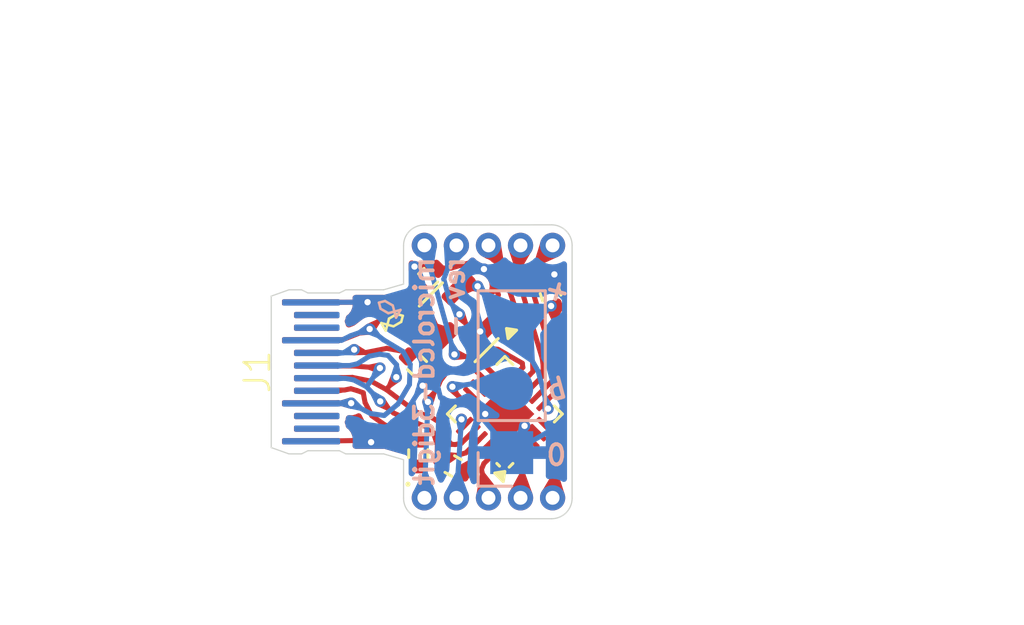
<source format=kicad_pcb>
(kicad_pcb (version 20240108) (generator "pcbnew") (generator_version "8.0")
  (layers (0 "F.Cu" mixed) (31 "B.Cu" mixed) (34 "B.Paste" user) (35 "F.Paste" user) (36 "B.SilkS" user "B.Silkscreen") (37 "F.SilkS" user "F.Silkscreen") (38 "B.Mask" user) (39 "F.Mask" user) (44 "Edge.Cuts" user))
  (net 0 "")
  (net 1 "GND")
  (net 2 "VDD")
  (net 3 "+5V")
  (net 4 "Net-(J1-CC1)")
  (net 5 "D+")
  (net 6 "D-")
  (net 7 "SBU1")
  (net 8 "Net-(J1-CC2)")
  (net 9 "SWIO")
  (net 10 "DPU")
  (net 11 "Net-(J4-Pin_3)")
  (net 12 "Net-(J4-Pin_4)")
  (net 13 "Net-(J4-Pin_5)")
  (net 14 "Net-(J4-Pin_2)")
  (net 15 "COM1")
  (net 16 "COM2")
  (net 17 "COM3")
  (net 18 "COM4")
  (net 19 "Net-(J4-Pin_1)")
  (net 20 "SBU2")
  (net 23 "Net-(J4-Pin_6)")
  (footprint "cnhardware:TINY_LCD_3_DIGIT" (layer "F.Cu") (at 126.935 84.24 180)
    (property "Reference" "J4" (hide yes))
    (property "Value" "LCD")
    (pad "1" thru_hole circle (at -1.905 5 180) (size 1 1) (drill 0.55) (layers "*.Cu" "*.Mask") (net 19 "Net-(J4-Pin_1)"))
    (pad "2" thru_hole circle (at -0.635 5 180) (size 1 1) (drill 0.55) (layers "*.Cu" "*.Mask") (net 14 "Net-(J4-Pin_2)"))
    (pad "3" thru_hole circle (at 0.635 5 180) (size 1 1) (drill 0.55) (layers "*.Cu" "*.Mask") (net 11 "Net-(J4-Pin_3)"))
    (pad "4" thru_hole circle (at 1.905 5 180) (size 1 1) (drill 0.55) (layers "*.Cu" "*.Mask") (net 12 "Net-(J4-Pin_4)"))
    (pad "5" thru_hole circle (at 3.175 5 180) (size 1 1) (drill 0.55) (layers "*.Cu" "*.Mask") (net 13 "Net-(J4-Pin_5)"))
    (pad "6" thru_hole circle (at 3.175 -5 180) (size 1 1) (drill 0.55) (layers "*.Cu" "*.Mask") (net 23 "Net-(J4-Pin_6)"))
    (pad "7" thru_hole circle (at 1.905 -5 180) (size 1 1) (drill 0.55) (layers "*.Cu" "*.Mask") (net 15 "COM1"))
    (pad "8" thru_hole circle (at 0.635 -5 180) (size 1 1) (drill 0.55) (layers "*.Cu" "*.Mask") (net 16 "COM2"))
    (pad "9" thru_hole circle (at -0.635 -5 180) (size 1 1) (drill 0.55) (layers "*.Cu" "*.Mask") (net 17 "COM3"))
    (pad "10" thru_hole circle (at -1.905 -5 180) (size 1 1) (drill 0.55) (layers "*.Cu" "*.Mask") (net 18 "COM4"))
  )
  (footprint "Package_DFN_QFN:QFN-20-1EP_3x3mm_P0.4mm_EP1.65x1.65mm" (layer "F.Cu") (at 126.949619 85.91901 135)
    (property "Reference" "U1" (hide yes))
    (property "Value" "CH32V003F4U6" (hide yes))
    (fp_line (start 1.61 -1.61) (end 1.61 -1.16) (stroke (width 0.12)) (layer "F.SilkS"))
    (fp_line (start 1.16 -1.61) (end 1.61 -1.61) (stroke (width 0.12)) (layer "F.SilkS"))
    (fp_line (start -1.16 -1.61) (end -1.31 -1.61) (stroke (width 0.12)) (layer "F.SilkS"))
    (fp_line (start 1.61 1.61) (end 1.61 1.16) (stroke (width 0.12)) (layer "F.SilkS"))
    (fp_line (start 1.16 1.61) (end 1.61 1.61) (stroke (width 0.12)) (layer "F.SilkS"))
    (fp_line (start -1.61 -1.16) (end -1.61 -1.37) (stroke (width 0.12)) (layer "F.SilkS"))
    (fp_line (start -1.16 1.61) (end -1.61 1.61) (stroke (width 0.12)) (layer "F.SilkS"))
    (fp_line (start -1.61 1.61) (end -1.61 1.16) (stroke (width 0.12)) (layer "F.SilkS"))
    (fp_poly (pts (xy -1.61 -1.61) (xy -1.85 -1.94) (xy -1.37 -1.94) (xy -1.61 -1.61)) (stroke (width 0.12)) (fill solid) (layer "F.SilkS"))
    (pad "1" smd roundrect (at -1.45 -0.8 135) (size 0.85 0.2) (layers "F.Cu" "F.Paste" "F.Mask") (net 17 "COM3"))
    (pad "2" smd roundrect (at -1.45 -0.4 135) (size 0.85 0.2) (layers "F.Cu" "F.Paste" "F.Mask") (net 1 "GND"))
    (pad "3" smd roundrect (at -1.45 0 135) (size 0.85 0.2) (layers "F.Cu" "F.Paste" "F.Mask") (net 1 "GND"))
    (pad "4" smd roundrect (at -1.45 0.4 135) (size 0.85 0.2) (layers "F.Cu" "F.Paste" "F.Mask") (net 1 "GND"))
    (pad "5" smd roundrect (at -1.45 0.8 135) (size 0.85 0.2) (layers "F.Cu" "F.Paste" "F.Mask") (net 18 "COM4"))
    (pad "6" smd roundrect (at -0.8 1.45 135) (size 0.2 0.85) (layers "F.Cu" "F.Paste" "F.Mask") (net 2 "VDD"))
    (pad "7" smd roundrect (at -0.4 1.45 135) (size 0.2 0.85) (layers "F.Cu" "F.Paste" "F.Mask") (net 19 "Net-(J4-Pin_1)"))
    (pad "8" smd roundrect (at 0 1.45 135) (size 0.2 0.85) (layers "F.Cu" "F.Paste" "F.Mask") (net 14 "Net-(J4-Pin_2)"))
    (pad "9" smd roundrect (at 0.4 1.45 135) (size 0.2 0.85) (layers "F.Cu" "F.Paste" "F.Mask") (net 11 "Net-(J4-Pin_3)"))
    (pad "10" smd roundrect (at 0.8 1.45 135) (size 0.2 0.85) (layers "F.Cu" "F.Paste" "F.Mask") (net 12 "Net-(J4-Pin_4)"))
    (pad "11" smd roundrect (at 1.45 0.8 135) (size 0.85 0.2) (layers "F.Cu" "F.Paste" "F.Mask") (net 13 "Net-(J4-Pin_5)"))
    (pad "12" smd roundrect (at 1.45 0.4 135) (size 0.85 0.2) (layers "F.Cu" "F.Paste" "F.Mask") (net 23 "Net-(J4-Pin_6)"))
    (pad "13" smd roundrect (at 1.45 0 135) (size 0.85 0.2) (layers "F.Cu" "F.Paste" "F.Mask"))
    (pad "14" smd roundrect (at 1.45 -0.4 135) (size 0.85 0.2) (layers "F.Cu" "F.Paste" "F.Mask"))
    (pad "15" smd roundrect (at 1.45 -0.8 135) (size 0.85 0.2) (layers "F.Cu" "F.Paste" "F.Mask") (net 9 "SWIO"))
    (pad "16" smd roundrect (at 0.8 -1.45 135) (size 0.2 0.85) (layers "F.Cu" "F.Paste" "F.Mask") (net 15 "COM1"))
    (pad "17" smd roundrect (at 0.4 -1.45 135) (size 0.2 0.85) (layers "F.Cu" "F.Paste" "F.Mask") (net 5 "D+"))
    (pad "18" smd roundrect (at 0 -1.45 135) (size 0.2 0.85) (layers "F.Cu" "F.Paste" "F.Mask") (net 6 "D-"))
    (pad "19" smd roundrect (at -0.4 -1.45 135) (size 0.2 0.85) (layers "F.Cu" "F.Paste" "F.Mask") (net 10 "DPU"))
    (pad "20" smd roundrect (at -0.8 -1.45 135) (size 0.2 0.85) (layers "F.Cu" "F.Paste" "F.Mask") (net 16 "COM2"))
    (pad "21" smd rect (at 0 0 135) (size 1.65 1.65) (property pad_prop_heatsink) (layers "F.Cu" "F.Mask") (net 1 "GND"))
  )
  (footprint "Resistor_SMD:R_0402_1005Metric" (layer "F.Cu") (at 123.47 84 -45)
    (property "Reference" "R2" (hide yes))
    (property "Value" "5.1k")
    (fp_line (start -0.153641 0.38) (end 0.153641 0.38) (stroke (width 0.12)) (layer "F.SilkS"))
    (fp_line (start -0.153641 -0.38) (end 0.153641 -0.38) (stroke (width 0.12)) (layer "F.SilkS"))
    (pad "1" smd roundrect (at -0.509999 0 315) (size 0.54 0.64) (layers "F.Cu" "F.Paste" "F.Mask") (net 8 "Net-(J1-CC2)"))
    (pad "2" smd roundrect (at 0.509999 0 315) (size 0.54 0.64) (layers "F.Cu" "F.Paste" "F.Mask") (net 1 "GND"))
  )
  (footprint "Resistor_SMD:R_0402_1005Metric" (layer "F.Cu") (at 124.9 87.98 150)
    (property "Reference" "R3" (hide yes))
    (property "Value" "1.5k")
    (fp_line (start -0.153641 -0.38) (end 0.153641 -0.38) (stroke (width 0.12)) (layer "F.SilkS"))
    (fp_line (start -0.153641 0.38) (end 0.153641 0.38) (stroke (width 0.12)) (layer "F.SilkS"))
    (pad "1" smd roundrect (at -0.51 0 150) (size 0.54 0.64) (layers "F.Cu" "F.Paste" "F.Mask") (net 10 "DPU"))
    (pad "2" smd roundrect (at 0.51 0 150) (size 0.54 0.64) (layers "F.Cu" "F.Paste" "F.Mask") (net 6 "D-"))
  )
  (footprint "Resistor_SMD:R_0402_1005Metric" (layer "F.Cu") (at 128.76 81.18 -72)
    (property "Reference" "C2" (hide yes))
    (property "Value" "1u")
    (fp_line (start -0.15364 0.38) (end 0.153641 0.38) (stroke (width 0.12)) (layer "F.SilkS"))
    (fp_line (start -0.153641 -0.38) (end 0.15364 -0.38) (stroke (width 0.12)) (layer "F.SilkS"))
    (pad "1" smd roundrect (at -0.509999 0 288) (size 0.54 0.64) (layers "F.Cu" "F.Paste" "F.Mask") (net 1 "GND"))
    (pad "2" smd roundrect (at 0.509999 0 288) (size 0.54 0.64) (layers "F.Cu" "F.Paste" "F.Mask") (net 2 "VDD"))
  )
  (footprint "Resistor_SMD:R_0402_1005Metric" (layer "F.Cu") (at 123.52 87.49 -90)
    (property "Reference" "R1" (hide yes))
    (property "Value" "5.1k")
    (fp_line (start -0.153641 0.38) (end 0.153641 0.38) (stroke (width 0.12)) (layer "F.SilkS"))
    (fp_line (start -0.153641 -0.38) (end 0.153641 -0.38) (stroke (width 0.12)) (layer "F.SilkS"))
    (pad "1" smd roundrect (at -0.51 0 270) (size 0.54 0.64) (layers "F.Cu" "F.Paste" "F.Mask") (net 4 "Net-(J1-CC1)"))
    (pad "2" smd roundrect (at 0.51 0 270) (size 0.54 0.64) (layers "F.Cu" "F.Paste" "F.Mask") (net 1 "GND"))
  )
  (footprint "Resistor_SMD:R_0402_1005Metric" (layer "F.Cu") (at 123.91 80.53 -135)
    (property "Reference" "C3" (hide yes))
    (property "Value" "4.7u")
    (fp_line (start -0.153641 0.38) (end 0.153641 0.38) (stroke (width 0.12)) (layer "F.SilkS"))
    (fp_line (start -0.153641 -0.38) (end 0.153641 -0.38) (stroke (width 0.12)) (layer "F.SilkS"))
    (pad "1" smd roundrect (at -0.51 -0.000001 225) (size 0.54 0.64) (layers "F.Cu" "F.Paste" "F.Mask") (net 1 "GND"))
    (pad "2" smd roundrect (at 0.51 0.000001 225) (size 0.54 0.64) (layers "F.Cu" "F.Paste" "F.Mask") (net 3 "+5V"))
  )
  (footprint "cnhardware:USB_C_PADDLE" (layer "F.Cu") (at 120.145 84.25 90)
    (property "Reference" "J1" (at 0 -3 90) (layer "F.SilkS") (effects (font (thickness 0.1))))
    (property "Value" "USB_C_Receptacle_USB2.0")
    (fp_line (start 3 -2.45) (end -3 -2.45) (stroke (width 0.05)) (layer "Edge.Cuts"))
    (fp_line (start 3 -2.45) (end 3.25 -1.75) (stroke (width 0.05)) (layer "Edge.Cuts"))
    (fp_line (start -3 -2.45) (end -3.25 -1.75) (stroke (width 0.05)) (layer "Edge.Cuts"))
    (fp_line (start 3.25 -1.75) (end 3.25 -1.25) (stroke (width 0.05)) (layer "Edge.Cuts"))
    (fp_line (start -3.25 -1.75) (end -3.25 -1.25) (stroke (width 0.05)) (layer "Edge.Cuts"))
    (fp_line (start 3.25 -1.25) (end 3.125 -1) (stroke (width 0.05)) (layer "Edge.Cuts"))
    (fp_line (start -3.25 -1.25) (end -3.125 -1) (stroke (width 0.05)) (layer "Edge.Cuts"))
    (fp_line (start 3.125 -1) (end 3.125 0.25) (stroke (width 0.05)) (layer "Edge.Cuts"))
    (fp_line (start -3.125 -1) (end -3.125 0.25) (stroke (width 0.05)) (layer "Edge.Cuts"))
    (fp_line (start 3.25 0.5) (end 3.125 0.25) (stroke (width 0.05)) (layer "Edge.Cuts"))
    (fp_line (start -3.25 0.5) (end -3.125 0.25) (stroke (width 0.05)) (layer "Edge.Cuts"))
    (fp_line (start -3.25 0.5) (end -3.25 2) (stroke (width 0.05)) (layer "Edge.Cuts"))
    (fp_line (start 3.25 2) (end 3.25 0.5) (stroke (width 0.05)) (layer "Edge.Cuts"))
    (pad "A1" smd roundrect (at -2.75 -0.875 270) (size 0.25 2.3) (layers "F.Cu" "F.Paste" "F.Mask") (net 1 "GND"))
    (pad "A2" smd roundrect (at -2.25 -0.65 270) (size 0.25 1.8) (layers "F.Cu" "F.Paste" "F.Mask"))
    (pad "A3" smd roundrect (at -1.75 -0.65 270) (size 0.25 1.8) (layers "F.Cu" "F.Paste" "F.Mask"))
    (pad "A4" smd roundrect (at -1.25 -0.875 270) (size 0.25 2.3) (layers "F.Cu" "F.Paste" "F.Mask") (net 3 "+5V"))
    (pad "A5" smd roundrect (at -0.75 -0.65 270) (size 0.25 1.8) (layers "F.Cu" "F.Paste" "F.Mask") (net 4 "Net-(J1-CC1)"))
    (pad "A6" smd roundrect (at -0.25 -0.65 270) (size 0.25 1.8) (layers "F.Cu" "F.Paste" "F.Mask") (net 5 "D+"))
    (pad "A7" smd roundrect (at 0.25 -0.65 90) (size 0.25 1.8) (layers "F.Cu" "F.Paste" "F.Mask") (net 6 "D-"))
    (pad "A8" smd roundrect (at 0.75 -0.65 90) (size 0.25 1.8) (layers "F.Cu" "F.Paste" "F.Mask") (net 7 "SBU1"))
    (pad "A9" smd roundrect (at 1.25 -0.875 90) (size 0.25 2.3) (layers "F.Cu" "F.Paste" "F.Mask") (net 3 "+5V"))
    (pad "A10" smd roundrect (at 1.75 -0.65 90) (size 0.25 1.8) (layers "F.Cu" "F.Paste" "F.Mask"))
    (pad "A11" smd roundrect (at 2.25 -0.65 90) (size 0.25 1.8) (layers "F.Cu" "F.Paste" "F.Mask"))
    (pad "A12" smd roundrect (at 2.75 -0.875 90) (size 0.25 2.3) (layers "F.Cu" "F.Paste" "F.Mask") (net 1 "GND"))
    (pad "B1" smd roundrect (at 2.75 -0.87 270) (size 0.25 2.3) (layers "B.Cu" "B.Paste" "B.Mask") (net 1 "GND"))
    (pad "B2" smd roundrect (at 2.25 -0.645 270) (size 0.25 1.8) (layers "B.Cu" "B.Paste" "B.Mask"))
    (pad "B3" smd roundrect (at 1.75 -0.645 270) (size 0.25 1.8) (layers "B.Cu" "B.Paste" "B.Mask"))
    (pad "B4" smd roundrect (at 1.25 -0.87 270) (size 0.25 2.3) (layers "B.Cu" "B.Paste" "B.Mask") (net 3 "+5V"))
    (pad "B5" smd roundrect (at 0.75 -0.645 270) (size 0.25 1.8) (layers "B.Cu" "B.Paste" "B.Mask") (net 8 "Net-(J1-CC2)"))
    (pad "B6" smd roundrect (at 0.25 -0.645 270) (size 0.25 1.8) (layers "B.Cu" "B.Paste" "B.Mask") (net 5 "D+"))
    (pad "B7" smd roundrect (at -0.25 -0.645 90) (size 0.25 1.8) (layers "B.Cu" "B.Paste" "B.Mask") (net 6 "D-"))
    (pad "B8" smd roundrect (at -0.75 -0.645 90) (size 0.25 1.8) (layers "B.Cu" "B.Paste" "B.Mask") (net 20 "SBU2"))
    (pad "B9" smd roundrect (at -1.25 -0.87 90) (size 0.25 2.3) (layers "B.Cu" "B.Paste" "B.Mask") (net 3 "+5V"))
    (pad "B10" smd roundrect (at -1.75 -0.645 90) (size 0.25 1.8) (layers "B.Cu" "B.Paste" "B.Mask"))
    (pad "B11" smd roundrect (at -2.25 -0.645 90) (size 0.25 1.8) (layers "B.Cu" "B.Paste" "B.Mask"))
    (pad "B12" smd roundrect (at -2.75 -0.87 90) (size 0.25 2.3) (layers "B.Cu" "B.Paste" "B.Mask") (net 1 "GND"))
  )
  (footprint "Package_TO_SOT_SMD:SOT-23" (layer "F.Cu") (at 125.122913 82.287087 -135)
    (property "Reference" "U2" (hide yes))
    (property "Value" "XC6206P332MR-G")
    (fp_line (start 0.65 1.56) (end 0 1.560001) (stroke (width 0.12)) (layer "F.SilkS"))
    (fp_line (start -0.65 1.56) (end 0 1.560001) (stroke (width 0.12)) (layer "F.SilkS"))
    (fp_line (start 0.65 -1.56) (end 0 -1.560001) (stroke (width 0.12)) (layer "F.SilkS"))
    (fp_line (start -0.65 -1.56) (end 0 -1.560001) (stroke (width 0.12)) (layer "F.SilkS"))
    (fp_poly (pts (xy -1.162501 -1.51) (xy -1.4025 -1.84) (xy -0.922499 -1.84) (xy -1.162501 -1.51)) (stroke (width 0.12)) (fill solid) (layer "F.SilkS"))
    (pad "1" smd roundrect (at -0.9375 -0.95 225) (size 1.475 0.6) (layers "F.Cu" "F.Paste" "F.Mask") (net 1 "GND"))
    (pad "2" smd roundrect (at -0.9375 0.95 225) (size 1.475 0.6) (layers "F.Cu" "F.Paste" "F.Mask") (net 2 "VDD"))
    (pad "3" smd roundrect (at 0.937501 0 225) (size 1.475 0.6) (layers "F.Cu" "F.Paste" "F.Mask") (net 3 "+5V"))
  )
  (footprint "Connector_PinHeader_2.54mm:PinHeader_1x03_P2.54mm_Vertical" (layer "B.Cu") (at 127.220666 87.44913)
    (property "Reference" "J2" (hide yes))
    (property "Value" "PGM")
    (fp_line (start -1.33 -6.41) (end 1.33 -6.41) (stroke (width 0.12)) (layer "B.SilkS"))
    (fp_line (start -1.33 -1.27) (end -1.33 -6.41) (stroke (width 0.12)) (layer "B.SilkS"))
    (fp_line (start -1.33 -1.27) (end 1.33 -1.27) (stroke (width 0.12)) (layer "B.SilkS"))
    (fp_line (start -1.33 0) (end -1.33 1.33) (stroke (width 0.12)) (layer "B.SilkS"))
    (fp_line (start -1.33 1.33) (end 0 1.33) (stroke (width 0.12)) (layer "B.SilkS"))
    (fp_line (start 1.33 -1.27) (end 1.33 -6.41) (stroke (width 0.12)) (layer "B.SilkS"))
    (pad "1" smd rect (at 0 0) (size 1.7 1.7) (layers "B.Cu" "B.Paste" "B.Mask") (net 1 "GND"))
    (pad "2" smd oval (at 0 -2.54) (size 1.7 1.7) (layers "B.Cu" "B.Paste" "B.Mask") (net 9 "SWIO"))
    (pad "3" smd oval (at 0 -5.08) (size 1.7 1.7) (layers "B.Cu" "B.Paste" "B.Mask") (net 2 "VDD"))
  )
  (gr_line (start 122.025556 81.75) (end 121.960852 81.508519) (stroke (width 0.1)) (layer "B.SilkS"))
  (gr_line (start 122.202333 81.443814) (end 122.50852 81.620592) (stroke (width 0.1)) (layer "B.SilkS"))
  (gr_line (start 121.960852 81.508519) (end 122.202333 81.443814) (stroke (width 0.1)) (layer "B.SilkS"))
  (gr_line (start 122.637928 82.103552) (end 122.814704 81.797368) (stroke (width 0.1)) (layer "B.SilkS"))
  (gr_line (start 122.50852 81.620592) (end 122.637928 82.103552) (stroke (width 0.1)) (layer "B.SilkS"))
  (gr_line (start 122.814704 81.797368) (end 122.331744 81.926776) (stroke (width 0.1)) (layer "B.SilkS"))
  (gr_line (start 122.331744 81.926776) (end 122.025556 81.75) (stroke (width 0.1)) (layer "B.SilkS"))
  (gr_circle (center 123.11 88.7) (end 123.16 88.69) (stroke (width 0.1)) (fill none) (layer "F.SilkS"))
  (gr_line (start 122.537496 82.446316) (end 122.054536 82.316908) (stroke (width 0.1)) (layer "F.SilkS"))
  (gr_line (start 122.843684 82.26954) (end 122.537496 82.446316) (stroke (width 0.1)) (layer "F.SilkS"))
  (gr_line (start 122.666907 81.963354) (end 122.908388 82.028059) (stroke (width 0.1)) (layer "F.SilkS"))
  (gr_line (start 122.908388 82.028059) (end 122.843684 82.26954) (stroke (width 0.1)) (layer "F.SilkS"))
  (gr_line (start 122.36072 82.140132) (end 122.666907 81.963354) (stroke (width 0.1)) (layer "F.SilkS"))
  (gr_line (start 122.231312 82.623092) (end 122.36072 82.140132) (stroke (width 0.1)) (layer "F.SilkS"))
  (gr_line (start 122.054536 82.316908) (end 122.231312 82.623092) (stroke (width 0.1)) (layer "F.SilkS"))
  (gr_line (start 122.145 87.5) (end 122.936 87.7316) (stroke (width 0.05)) (layer "Edge.Cuts"))
  (gr_arc (start 128.8 78.4272) (mid 129.374736 78.665264) (end 129.6128 79.24) (stroke (width 0.05)) (layer "Edge.Cuts"))
  (gr_line (start 122.936 80.772) (end 122.936 79.248) (stroke (width 0.05)) (layer "Edge.Cuts"))
  (gr_line (start 122.936 87.7316) (end 122.936 89.2556) (stroke (width 0.05)) (layer "Edge.Cuts"))
  (gr_arc (start 123.7488 90.0684) (mid 123.174064 89.830336) (end 122.936 89.2556) (stroke (width 0.05)) (layer "Edge.Cuts"))
  (gr_arc (start 122.936 79.248) (mid 123.174064 78.673264) (end 123.7488 78.4352) (stroke (width 0.05)) (layer "Edge.Cuts"))
  (gr_line (start 122.145 81) (end 122.936 80.772) (stroke (width 0.05)) (layer "Edge.Cuts"))
  (gr_arc (start 129.6128 89.2556) (mid 129.374736 89.830336) (end 128.8 90.0684) (stroke (width 0.05)) (layer "Edge.Cuts"))
  (gr_line (start 123.7488 90.0684) (end 128.8 90.0684) (stroke (width 0.05)) (layer "Edge.Cuts"))
  (gr_line (start 129.6128 79.24) (end 129.6128 89.2556) (stroke (width 0.05)) (layer "Edge.Cuts"))
  (gr_line (start 128.8 78.4272) (end 123.7488 78.4352) (stroke (width 0.05)) (layer "Edge.Cuts"))
  (gr_text "microlcd-3digit\nrev -" (at 125.4 79.63 90) (layer "B.SilkS") (effects (font (size 0.75 0.75)) (justify left bottom mirror)))
  (gr_text "0" (at 128.51 88.02 0) (layer "B.SilkS") (effects (font (size 0.8 0.8)) (justify left bottom)))
  (gr_text "p" (at 129.38 84.55 -165) (layer "B.SilkS") (effects (font (size 0.8 0.8)) (justify left bottom)))
  (gr_text "+" (at 129.27 81.75 75) (layer "B.SilkS") (effects (font (size 0.8 0.8)) (justify left bottom)))
  (segment (start 123.81 84.37) (end 123.69 84.8) (width 0.2) (layer "F.Cu") (net 1))
  (segment (start 123.37 80.08) (end 124.220625 80.139376) (width 0.2) (layer "F.Cu") (net 1))
  (segment (start 122.71 87.28) (end 122.18 87.1) (width 0.2) (layer "F.Cu") (net 1))
  (segment (start 126.12 80.18) (end 126.57 80.71) (width 0.2) (layer "F.Cu") (net 1))
  (segment (start 121.65 87.036789) (end 121.09 86.97) (width 0.2) (layer "F.Cu") (net 1))
  (segment (start 125.19752 80.027519) (end 124.82 80.14) (width 0.2) (layer "F.Cu") (net 1))
  (segment (start 123.059073 87.450927) (end 123.26 87.59) (width 0.2) (layer "F.Cu") (net 1))
  (segment (start 126.69 81.2) (end 126.457577 82.295926) (width 0.2) (layer "F.Cu") (net 1))
  (segment (start 126.457577 82.295926) (end 125.97 82.65) (width 0.2) (layer "F.Cu") (net 1))
  (segment (start 128.257767 86.661472) (end 127.974924 86.944315) (width 0.2) (layer "F.Cu") (net 1))
  (segment (start 121.18 81.49) (end 121.51 81.49) (width 0.2) (layer "F.Cu") (net 1))
  (segment (start 126.28 80.29) (end 125.97 80.08) (width 0.2) (layer "F.Cu") (net 1))
  (segment (start 122.71 87.28) (end 123.059073 87.450927) (width 0.2) (layer "F.Cu") (net 1))
  (segment (start 126.57 80.71) (end 126.69 81.2) (width 0.2) (layer "F.Cu") (net 1))
  (segment (start 121.96 87.073761) (end 121.65 87.036789) (width 0.2) (layer "F.Cu") (net 1))
  (segment (start 128.12462 86.79462) (end 127.692081 87.227158) (width 0.2) (layer "F.Cu") (net 1))
  (segment (start 119.27 81.5) (end 121.18 81.49) (width 0.2) (layer "F.Cu") (net 1))
  (segment (start 121.09 86.97) (end 119.27 87) (width 0.2) (layer "F.Cu") (net 1))
  (segment (start 126.12 80.18) (end 126.28 80.29) (width 0.2) (layer "F.Cu") (net 1))
  (segment (start 124.82 80.14) (end 124.220625 80.139376) (width 0.2) (layer "F.Cu") (net 1))
  (segment (start 123.26 87.59) (end 123.52 88) (width 0.2) (layer "F.Cu") (net 1))
  (segment (start 127.73 86.39) (end 128.12462 86.79462) (width 0.2) (layer "F.Cu") (net 1))
  (segment (start 128.752402 80.864962) (end 128.91 80.39) (width 0.2) (layer "F.Cu") (net 1))
  (segment (start 125.97 80.08) (end 125.49 79.95) (width 0.2) (layer "F.Cu") (net 1))
  (segment (start 125.49 79.95) (end 125.19752 80.027519) (width 0.2) (layer "F.Cu") (net 1))
  (segment (start 127.974924 86.944315) (end 127 85.99) (width 0.2) (layer "F.Cu") (net 1))
  (segment (start 128.257767 86.661472) (end 128.12462 86.79462) (width 0.2) (layer "F.Cu") (net 1))
  (segment (start 122.18 87.1) (end 121.96 87.073761) (width 0.2) (layer "F.Cu") (net 1))
  (via (at 123.37 80.08) (size 0.45) (drill 0.25) (layers "F.Cu" "B.Cu") (net 1))
  (via (at 121.65 87.036789) (size 0.45) (drill 0.25) (layers "F.Cu" "B.Cu") (net 1))
  (via (at 121.51 81.49) (size 0.45) (drill 0.25) (layers "F.Cu" "B.Cu") (net 1))
  (via (at 128.91 80.39) (size 0.45) (drill 0.25) (layers "F.Cu" "B.Cu") (net 1))
  (via (at 125.97 82.65) (size 0.45) (drill 0.25) (layers "F.Cu" "B.Cu") (net 1))
  (via (at 123.69 84.8) (size 0.45) (drill 0.25) (layers "F.Cu" "B.Cu") (net 1))
  (via (at 127.73 86.39) (size 0.45) (drill 0.25) (layers "F.Cu" "B.Cu") (net 1))
  (via (at 126.17 85.92) (size 0.45) (drill 0.25) (layers "F.Cu" "B.Cu") (net 1))
  (via (at 126.12 80.18) (size 0.45) (drill 0.25) (layers "F.Cu" "B.Cu") (net 1))
  (segment (start 121.51 81.49) (end 122.96 81.334295) (width 0.2) (layer "B.Cu") (net 1))
  (segment (start 125.42 85.54) (end 125.85 85.85) (width 0.2) (layer "B.Cu") (net 1))
  (segment (start 123.19 82.63) (end 122.96 81.334295) (width 0.2) (layer "B.Cu") (net 1))
  (segment (start 128.78 86.56) (end 129.13 86.01) (width 0.2) (layer "B.Cu") (net 1))
  (segment (start 123.45 85.17) (end 123.65 84.88) (width 0.2) (layer "B.Cu") (net 1))
  (segment (start 129.31 81.89) (end 129.3128 81.2) (width 0.2) (layer "B.Cu") (net 1))
  (segment (start 124.72 85.5) (end 125.42 85.54) (width 0.2) (layer "B.Cu") (net 1))
  (segment (start 129.3128 81.2) (end 128.91 80.39) (width 0.2) (layer "B.Cu") (net 1))
  (segment (start 123 81.33) (end 123.4 80.98) (width 0.2) (layer "B.Cu") (net 1))
  (segment (start 129.14 83.05) (end 129.31 81.89) (width 0.2) (layer "B.Cu") (net 1))
  (segment (start 123.4 80.98) (end 123.37 80.08) (width 0.2) (layer "B.Cu") (net 1))
  (segment (start 124.1 84.76) (end 124.31 84.92) (width 0.2) (layer "B.Cu") (net 1))
  (segment (start 127.22 87.45) (end 128.78 86.56) (width 0.2) (layer "B.Cu") (net 1))
  (segment (start 125.85 85.85) (end 127.22 87.45) (width 0.2) (layer "B.Cu") (net 1))
  (segment (start 124.1 84.76) (end 123.69 84.8) (width 0.2) (layer "B.Cu") (net 1))
  (segment (start 124.4 85.27) (end 124.72 85.5) (width 0.2) (layer "B.Cu") (net 1))
  (segment (start 122.493692 86.224431) (end 123.05 85.81) (width 0.2) (layer "B.Cu") (net 1))
  (segment (start 122.96 81.334295) (end 123 81.33) (width 0.2) (layer "B.Cu") (net 1))
  (segment (start 123.05 85.81) (end 123.45 85.17) (width 0.2) (layer "B.Cu") (net 1))
  (segment (start 129.22 85.62) (end 129.14 83.05) (width 0.2) (layer "B.Cu") (net 1))
  (segment (start 121.65 87.036789) (end 122.493692 86.224431) (width 0.2) (layer "B.Cu") (net 1))
  (segment (start 123.7 83.8) (end 123.19 82.63) (width 0.2) (layer "B.Cu") (net 1))
  (segment (start 127.22 87.45) (end 127.73 86.39) (width 0.2) (layer "B.Cu") (net 1))
  (segment (start 129.13 86.01) (end 129.22 85.62) (width 0.2) (layer "B.Cu") (net 1))
  (segment (start 123.69 84.8) (end 123.7 83.8) (width 0.2) (layer "B.Cu") (net 1))
  (segment (start 123.65 84.88) (end 124.1 84.76) (width 0.2) (layer "B.Cu") (net 1))
  (segment (start 119.275 81.5) (end 121.51 81.49) (width 0.2) (layer "B.Cu") (net 1))
  (segment (start 128.91 80.39) (end 126.12 80.18) (width 0.2) (layer "B.Cu") (net 1))
  (segment (start 124.31 84.92) (end 124.4 85.27) (width 0.2) (layer "B.Cu") (net 1))
  (segment (start 129.26 83.63) (end 129.31 84.41) (width 0.2) (layer "F.Cu") (net 2))
  (segment (start 129.067598 81.835038) (end 128.78 81.64) (width 0.2) (layer "F.Cu") (net 2))
  (segment (start 129.31 84.41) (end 129.17 84.83) (width 0.2) (layer "F.Cu") (net 2))
  (segment (start 128.78 81.64) (end 129.26 83.63) (width 0.2) (layer "F.Cu") (net 2))
  (segment (start 128.76 85.64) (end 128.540609 85.459391) (width 0.2) (layer "F.Cu") (net 2))
  (segment (start 129.17 84.83) (end 128.540609 85.459391) (width 0.2) (layer "F.Cu") (net 2))
  (segment (start 128.540609 85.459391) (end 128.66 85.71) (width 0.2) (layer "F.Cu") (net 2))
  (segment (start 125.114074 80.952423) (end 125.87 80.86) (width 0.2) (layer "F.Cu") (net 2))
  (via (at 128.66 85.71) (size 0.45) (drill 0.25) (layers "F.Cu" "B.Cu") (net 2))
  (via (at 128.78 81.64) (size 0.45) (drill 0.25) (layers "F.Cu" "B.Cu") (net 2))
  (via (at 125.87 80.86) (size 0.45) (drill 0.25) (layers "F.Cu" "B.Cu") (net 2))
  (segment (start 128.27 84.23) (end 127.22 82.37) (width 0.2) (layer "B.Cu") (net 2))
  (segment (start 128.66 85.71) (end 128.27 84.23) (width 0.2) (layer "B.Cu") (net 2))
  (segment (start 125.87 80.86) (end 127.22 82.37) (width 0.2) (layer "B.Cu") (net 2))
  (segment (start 128.78 81.64) (end 127.22 82.37) (width 0.2) (layer "B.Cu") (net 2))
  (segment (start 119.27 83) (end 120.49 82.99) (width 0.2) (layer "F.Cu") (net 3))
  (segment (start 121.592983 82.552983) (end 123.499375 80.860624) (width 0.2) (layer "F.Cu") (net 3))
  (segment (start 120.49 82.99) (end 121.592983 82.552983) (width 0.2) (layer "F.Cu") (net 3))
  (segment (start 123.499375 80.860624) (end 123.98 81.9) (width 0.2) (layer "F.Cu") (net 3))
  (segment (start 120.86 85.49) (end 119.27 85.5) (width 0.2) (layer "F.Cu") (net 3))
  (segment (start 123.98 81.9) (end 124.46 82.95) (width 0.2) (layer "F.Cu") (net 3))
  (via (at 121.592983 82.552983) (size 0.45) (drill 0.25) (layers "F.Cu" "B.Cu") (net 3))
  (via (at 120.86 85.49) (size 0.45) (drill 0.25) (layers "F.Cu" "B.Cu") (net 3))
  (segment (start 122.71 85.53) (end 122.17 85.98) (width 0.2) (layer "B.Cu") (net 3))
  (segment (start 122.14 82.98) (end 122.92 83.45) (width 0.2) (layer "B.Cu") (net 3))
  (segment (start 122.17 85.98) (end 121.62 85.9) (width 0.2) (layer "B.Cu") (net 3))
  (segment (start 121.62 85.9) (end 120.86 85.49) (width 0.2) (layer "B.Cu") (net 3))
  (segment (start 122.92 83.45) (end 123.2 83.95) (width 0.2) (layer "B.Cu") (net 3))
  (segment (start 123.17 84.75) (end 122.71 85.53) (width 0.2) (layer "B.Cu") (net 3))
  (segment (start 119.275 85.5) (end 120.86 85.49) (width 0.2) (layer "B.Cu") (net 3))
  (segment (start 123.2 83.95) (end 123.17 84.75) (width 0.2) (layer "B.Cu") (net 3))
  (segment (start 121.592983 82.552983) (end 122.14 82.98) (width 0.2) (layer "B.Cu") (net 3))
  (segment (start 121.592983 82.552983) (end 120.84 82.82) (width 0.2) (layer "B.Cu") (net 3))
  (segment (start 120.48 83) (end 119.275 83) (width 0.2) (layer "B.Cu") (net 3))
  (segment (start 120.84 82.82) (end 120.48 83) (width 0.2) (layer "B.Cu") (net 3))
  (segment (start 122.19 86.35) (end 121.68 85.99) (width 0.2) (layer "F.Cu") (net 4))
  (segment (start 120.85 84.92) (end 120.59 84.97) (width 0.2) (layer "F.Cu") (net 4))
  (segment (start 121.34 85.08) (end 121.09 84.99) (width 0.2) (layer "F.Cu") (net 4))
  (segment (start 120.59 84.97) (end 119.495 85) (width 0.2) (layer "F.Cu") (net 4))
  (segment (start 121.09 84.99) (end 120.85 84.92) (width 0.2) (layer "F.Cu") (net 4))
  (segment (start 121.68 85.99) (end 121.41 85.46) (width 0.2) (layer "F.Cu") (net 4))
  (segment (start 121.41 85.46) (end 121.34 85.08) (width 0.2) (layer "F.Cu") (net 4))
  (segment (start 123.5 86.93) (end 122.19 86.35) (width 0.2) (layer "F.Cu") (net 4))
  (segment (start 124.98 87.13) (end 124.83 87.12) (width 0.2) (layer "F.Cu") (net 5))
  (segment (start 124.39 86.27) (end 124.01 86.03) (width 0.2) (layer "F.Cu") (net 5))
  (segment (start 122.256835 84.953165) (end 122.65 84.46) (width 0.2) (layer "F.Cu") (net 5))
  (segment (start 121.65 84.62) (end 120.91 84.47) (width 0.2) (layer "F.Cu") (net 5))
  (segment (start 125.221668 87.081361) (end 124.98 87.13) (width 0.2) (layer "F.Cu") (net 5))
  (segment (start 123.47 85.86) (end 122.66 85.26) (width 0.2) (layer "F.Cu") (net 5))
  (segment (start 124.83 87.12) (end 124.66 86.92) (width 0.2) (layer "F.Cu") (net 5))
  (segment (start 124.66 86.92) (end 124.39 86.27) (width 0.2) (layer "F.Cu") (net 5))
  (segment (start 122.66 85.26) (end 122.256835 84.953165) (width 0.2) (layer "F.Cu") (net 5))
  (segment (start 124.01 86.03) (end 123.47 85.86) (width 0.2) (layer "F.Cu") (net 5))
  (segment (start 125.641471 86.661472) (end 125.221668 87.081361) (width 0.2) (layer "F.Cu") (net 5))
  (segment (start 120.91 84.47) (end 119.495 84.5) (width 0.2) (layer "F.Cu") (net 5))
  (segment (start 122.256835 84.953165) (end 121.65 84.62) (width 0.2) (layer "F.Cu") (net 5))
  (via (at 122.65 84.46) (size 0.45) (drill 0.25) (layers "F.Cu" "B.Cu") (net 5))
  (segment (start 122.32 83.6) (end 121.99 83.55) (width 0.2) (layer "B.Cu") (net 5))
  (segment (start 122.66 83.97) (end 122.32 83.6) (width 0.2) (layer "B.Cu") (net 5))
  (segment (start 121.11 83.93) (end 120.8 84) (width 0.2) (layer "B.Cu") (net 5))
  (segment (start 121.99 83.55) (end 121.58 83.63) (width 0.2) (layer "B.Cu") (net 5))
  (segment (start 120.8 84) (end 119.5 84) (width 0.2) (layer "B.Cu") (net 5))
  (segment (start 122.65 84.46) (end 122.66 83.97) (width 0.2) (layer "B.Cu") (net 5))
  (segment (start 121.58 83.63) (end 121.11 83.93) (width 0.2) (layer "B.Cu") (net 5))
  (segment (start 124.458327 87.725) (end 125.4 87.46) (width 0.2) (layer "F.Cu") (net 6))
  (segment (start 124.12 86.66) (end 124.458327 87.725) (width 0.2) (layer "F.Cu") (net 6))
  (segment (start 120.98 84.02) (end 122 84.1) (width 0.2) (layer "F.Cu") (net 6))
  (segment (start 119.495 84) (end 120.98 84.02) (width 0.2) (layer "F.Cu") (net 6))
  (segment (start 125.4 87.46) (end 125.924314 86.944315) (width 0.2) (layer "F.Cu") (net 6))
  (segment (start 122.54 85.88) (end 123.27 86.21) (width 0.2) (layer "F.Cu") (net 6))
  (segment (start 122.011017 85.418983) (end 122.54 85.88) (width 0.2) (layer "F.Cu") (net 6))
  (segment (start 123.94 86.46) (end 124.12 86.66) (width 0.2) (layer "F.Cu") (net 6))
  (segment (start 123.27 86.21) (end 123.94 86.46) (width 0.2) (layer "F.Cu") (net 6))
  (via (at 122 84.1) (size 0.45) (drill 0.25) (layers "F.Cu" "B.Cu") (net 6))
  (via (at 122.011017 85.418983) (size 0.45) (drill 0.25) (layers "F.Cu" "B.Cu") (net 6))
  (segment (start 121.47 84.84) (end 120.96 84.57) (width 0.2) (layer "B.Cu") (net 6))
  (segment (start 122.011017 85.418983) (end 121.47 84.84) (width 0.2) (layer "B.Cu") (net 6))
  (segment (start 120.64 84.51) (end 119.5 84.5) (width 0.2) (layer "B.Cu") (net 6))
  (segment (start 120.96 84.57) (end 120.64 84.51) (width 0.2) (layer "B.Cu") (net 6))
  (segment (start 122 84.1) (end 121.47 84.84) (width 0.2) (layer "B.Cu") (net 6))
  (segment (start 121.42 83.49) (end 120.98 83.37) (width 0.2) (layer "F.Cu") (net 8))
  (segment (start 122.879376 83.429376) (end 122.27 83.32) (width 0.2) (layer "F.Cu") (net 8))
  (segment (start 122.27 83.32) (end 121.42 83.49) (width 0.2) (layer "F.Cu") (net 8))
  (via (at 120.98 83.37) (size 0.45) (drill 0.25) (layers "F.Cu" "B.Cu") (net 8))
  (segment (start 120.98 83.37) (end 120.54 83.5) (width 0.2) (layer "B.Cu") (net 8))
  (segment (start 120.54 83.5) (end 119.5 83.5) (width 0.2) (layer "B.Cu") (net 8))
  (segment (start 124.87 84.84) (end 125.01 85.11) (width 0.2) (layer "F.Cu") (net 9))
  (segment (start 125.01 85.11) (end 125.358629 85.459391) (width 0.2) (layer "F.Cu") (net 9))
  (via (at 124.87 84.84) (size 0.45) (drill 0.25) (layers "F.Cu" "B.Cu") (net 9))
  (segment (start 124.87 84.84) (end 126.95 84.5312) (width 0.2) (layer "B.Cu") (net 9))
  (segment (start 125.7 87.73) (end 125.341673 88.235) (width 0.2) (layer "F.Cu") (net 10))
  (segment (start 126.207157 87.227158) (end 125.7 87.73) (width 0.2) (layer "F.Cu") (net 10))
  (segment (start 127.692081 84.610862) (end 128.06 84.24) (width 0.2) (layer "F.Cu") (net 11))
  (segment (start 126.97 80.55) (end 126.8 79.92) (width 0.2) (layer "F.Cu") (net 11))
  (segment (start 126.8 79.92) (end 126.3 79.24) (width 0.2) (layer "F.Cu") (net 11))
  (segment (start 127.885455 83.28) (end 126.97 80.55) (width 0.2) (layer "F.Cu") (net 11))
  (segment (start 128.05 83.86) (end 127.885455 83.28) (width 0.2) (layer "F.Cu") (net 11))
  (segment (start 128.06 84.24) (end 128.05 83.86) (width 0.2) (layer "F.Cu") (net 11))
  (segment (start 126.68 83.36) (end 127.64 83.91) (width 0.2) (layer "F.Cu") (net 12))
  (segment (start 127.66 84.07) (end 127.409238 84.32802) (width 0.2) (layer "F.Cu") (net 12))
  (segment (start 127.64 83.91) (end 127.66 84.07) (width 0.2) (layer "F.Cu") (net 12))
  (segment (start 125.935182 83.253876) (end 125.51 83.05) (width 0.2) (layer "F.Cu") (net 12))
  (segment (start 125.51 83.05) (end 125.415729 82.835729) (width 0.2) (layer "F.Cu") (net 12))
  (segment (start 125.15 81.97) (end 125.47 82.44) (width 0.2) (layer "F.Cu") (net 12))
  (segment (start 125.415729 82.835729) (end 125.47 82.44) (width 0.2) (layer "F.Cu") (net 12))
  (segment (start 126.27 83.31) (end 126.68 83.36) (width 0.2) (layer "F.Cu") (net 12))
  (segment (start 125.935182 83.253876) (end 126.27 83.31) (width 0.2) (layer "F.Cu") (net 12))
  (via (at 125.15 81.97) (size 0.45) (drill 0.25) (layers "F.Cu" "B.Cu") (net 12))
  (segment (start 124.528518 80.574842) (end 125.03 79.24) (width 0.2) (layer "B.Cu") (net 12))
  (segment (start 124.783614 81.490637) (end 124.528518 80.574842) (width 0.2) (layer "B.Cu") (net 12))
  (segment (start 125.15 81.97) (end 124.783614 81.490637) (width 0.2) (layer "B.Cu") (net 12))
  (segment (start 124.95 83.56) (end 125.91 83.75) (width 0.2) (layer "F.Cu") (net 13))
  (segment (start 125.91 83.75) (end 126.49 84.32802) (width 0.2) (layer "F.Cu") (net 13))
  (via (at 124.95 83.56) (size 0.45) (drill 0.25) (layers "F.Cu" "B.Cu") (net 13))
  (segment (start 124.95 83.56) (end 123.95 79.97) (width 0.2) (layer "B.Cu") (net 13))
  (segment (start 123.95 79.97) (end 123.76 79.24) (width 0.2) (layer "B.Cu") (net 13))
  (segment (start 128.45 84.41) (end 127.974924 84.893705) (width 0.2) (layer "F.Cu") (net 14))
  (segment (start 128.43 83.72) (end 128.47 84.02) (width 0.2) (layer "F.Cu") (net 14))
  (segment (start 127.44 80.43) (end 128.43 83.72) (width 0.2) (layer "F.Cu") (net 14))
  (segment (start 127.57 79.24) (end 127.44 80.43) (width 0.2) (layer "F.Cu") (net 14))
  (segment (start 128.47 84.02) (end 128.45 84.41) (width 0.2) (layer "F.Cu") (net 14))
  (segment (start 125.23 86.13) (end 125.358629 86.378629) (width 0.2) (layer "F.Cu") (net 15))
  (via (at 125.23 86.13) (size 0.45) (drill 0.25) (layers "F.Cu" "B.Cu") (net 15))
  (segment (start 125.03 89.24) (end 125.23 86.13) (width 0.2) (layer "B.Cu") (net 15))
  (segment (start 126.02 88.12) (end 126.3 89.24) (width 0.2) (layer "F.Cu") (net 16))
  (segment (start 126.12 87.88) (end 126.02 88.12) (width 0.2) (layer "F.Cu") (net 16))
  (segment (start 126.49 87.51) (end 126.12 87.88) (width 0.2) (layer "F.Cu") (net 16))
  (segment (start 127.66 88.09) (end 127.57 89.24) (width 0.2) (layer "F.Cu") (net 17))
  (segment (start 127.68 87.82) (end 127.66 88.09) (width 0.2) (layer "F.Cu") (net 17))
  (segment (start 127.409238 87.51) (end 127.68 87.82) (width 0.2) (layer "F.Cu") (net 17))
  (segment (start 128.540609 86.378629) (end 129.03 86.84) (width 0.2) (layer "F.Cu") (net 18))
  (segment (start 129.03 86.84) (end 129.1 87.04) (width 0.2) (layer "F.Cu") (net 18))
  (segment (start 129.1 87.04) (end 128.84 89.24) (width 0.2) (layer "F.Cu") (net 18))
  (segment (start 128.87 84.14) (end 128.86 83.8) (width 0.2) (layer "F.Cu") (net 19))
  (segment (start 128.11 80.07) (end 128.84 79.24) (width 0.2) (layer "F.Cu") (net 19))
  (segment (start 128.257767 85.176548) (end 128.83 84.6) (width 0.2) (layer "F.Cu") (net 19))
  (segment (start 128.83 84.6) (end 128.87 84.14) (width 0.2) (layer "F.Cu") (net 19))
  (segment (start 128.76 83.4) (end 127.89 80.53) (width 0.2) (layer "F.Cu") (net 19))
  (segment (start 128.86 83.8) (end 128.76 83.4) (width 0.2) (layer "F.Cu") (net 19))
  (segment (start 127.89 80.53) (end 128.11 80.07) (width 0.2) (layer "F.Cu") (net 19))
  (segment (start 126.207157 84.610862) (end 125.75 84.16) (width 0.2) (layer "F.Cu") (net 23))
  (segment (start 124.28 84.88) (end 123.9 85.44) (width 0.2) (layer "F.Cu") (net 23))
  (segment (start 124.4 84.59) (end 124.28 84.88) (width 0.2) (layer "F.Cu") (net 23))
  (segment (start 124.75 84.14) (end 124.4 84.59) (width 0.2) (layer "F.Cu") (net 23))
  (segment (start 125.55 84.13) (end 124.75 84.14) (width 0.2) (layer "F.Cu") (net 23))
  (segment (start 125.75 84.16) (end 125.55 84.13) (width 0.2) (layer "F.Cu") (net 23))
  (via (at 123.9 85.44) (size 0.45) (drill 0.25) (layers "F.Cu" "B.Cu") (net 23))
  (segment (start 123.9 85.44) (end 123.76 89.24) (width 0.2) (layer "B.Cu") (net 23))
  (zone (net 1) (net_name "GND") (layers "F&B.Cu") (connect_pads (clearance 0.25)) (min_thickness 0.25) (fill yes (thermal_gap 0.5) (thermal_bridge_width 0.5))
    (polygon (pts (xy 117.1 77.19) (xy 130.74 76.59) (xy 130.74 90.2) (xy 114.71 90.6)))
  )
)
</source>
